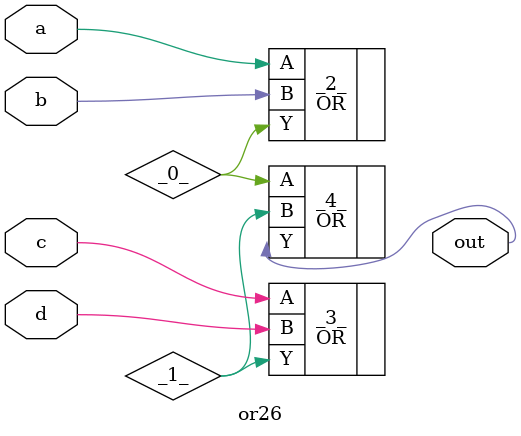
<source format=v>
/* Generated by Yosys 0.41+83 (git sha1 7045cf509, x86_64-w64-mingw32-g++ 13.2.1 -Os) */

/* cells_not_processed =  1  */
/* src = "or26.v:1.1-11.10" */
module or26(a, b, c, d, out);
  wire _0_;
  wire _1_;
  /* src = "or26.v:2.9-2.10" */
  input a;
  wire a;
  /* src = "or26.v:3.9-3.10" */
  input b;
  wire b;
  /* src = "or26.v:4.9-4.10" */
  input c;
  wire c;
  /* src = "or26.v:5.9-5.10" */
  input d;
  wire d;
  /* src = "or26.v:6.10-6.13" */
  output out;
  wire out;
  OR _2_ (
    .A(a),
    .B(b),
    .Y(_0_)
  );
  OR _3_ (
    .A(c),
    .B(d),
    .Y(_1_)
  );
  OR _4_ (
    .A(_0_),
    .B(_1_),
    .Y(out)
  );
endmodule

</source>
